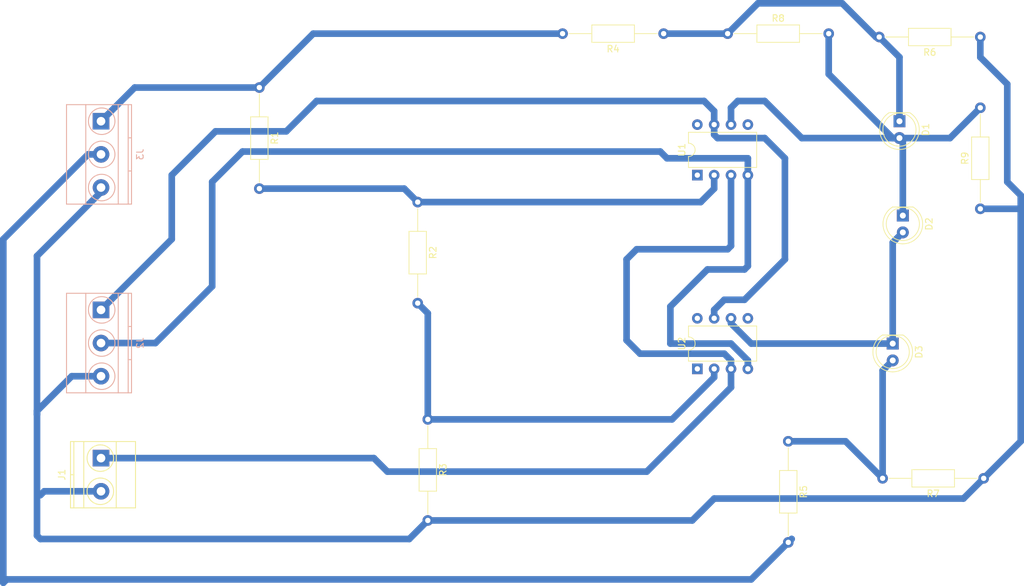
<source format=kicad_pcb>
(kicad_pcb (version 4) (host pcbnew 4.0.6)

  (general
    (links 30)
    (no_connects 1)
    (area 0 0 0 0)
    (thickness 1.6)
    (drawings 0)
    (tracks 121)
    (zones 0)
    (modules 17)
    (nets 19)
  )

  (page A4)
  (layers
    (0 F.Cu signal)
    (31 B.Cu signal)
    (32 B.Adhes user)
    (33 F.Adhes user)
    (34 B.Paste user)
    (35 F.Paste user)
    (36 B.SilkS user)
    (37 F.SilkS user)
    (38 B.Mask user)
    (39 F.Mask user)
    (40 Dwgs.User user)
    (41 Cmts.User user)
    (42 Eco1.User user)
    (43 Eco2.User user)
    (44 Edge.Cuts user)
    (45 Margin user)
    (46 B.CrtYd user)
    (47 F.CrtYd user)
    (48 B.Fab user)
    (49 F.Fab user)
  )

  (setup
    (last_trace_width 1)
    (trace_clearance 0.2)
    (zone_clearance 0.508)
    (zone_45_only no)
    (trace_min 0.2)
    (segment_width 0.2)
    (edge_width 0.1)
    (via_size 0.6)
    (via_drill 0.4)
    (via_min_size 0.4)
    (via_min_drill 0.3)
    (uvia_size 0.3)
    (uvia_drill 0.1)
    (uvias_allowed no)
    (uvia_min_size 0.2)
    (uvia_min_drill 0.1)
    (pcb_text_width 0.3)
    (pcb_text_size 1.5 1.5)
    (mod_edge_width 0.15)
    (mod_text_size 1 1)
    (mod_text_width 0.15)
    (pad_size 1.5 1.5)
    (pad_drill 0.6)
    (pad_to_mask_clearance 0)
    (aux_axis_origin 0 0)
    (grid_origin 152.4 125.73)
    (visible_elements 7FFFFFFF)
    (pcbplotparams
      (layerselection 0x00030_80000001)
      (usegerberextensions false)
      (excludeedgelayer true)
      (linewidth 0.100000)
      (plotframeref false)
      (viasonmask false)
      (mode 1)
      (useauxorigin false)
      (hpglpennumber 1)
      (hpglpenspeed 20)
      (hpglpendiameter 15)
      (hpglpenoverlay 2)
      (psnegative false)
      (psa4output false)
      (plotreference true)
      (plotvalue true)
      (plotinvisibletext false)
      (padsonsilk false)
      (subtractmaskfromsilk false)
      (outputformat 1)
      (mirror false)
      (drillshape 1)
      (scaleselection 1)
      (outputdirectory ""))
  )

  (net 0 "")
  (net 1 "Net-(D1-Pad1)")
  (net 2 "Net-(D1-Pad2)")
  (net 3 "Net-(D2-Pad2)")
  (net 4 "Net-(D3-Pad2)")
  (net 5 /Vin)
  (net 6 GND)
  (net 7 +15V)
  (net 8 -15V)
  (net 9 +9V)
  (net 10 -9VA)
  (net 11 "Net-(R1-Pad2)")
  (net 12 "Net-(R2-Pad2)")
  (net 13 "Net-(U1-Pad1)")
  (net 14 "Net-(U1-Pad5)")
  (net 15 "Net-(U1-Pad8)")
  (net 16 "Net-(U2-Pad1)")
  (net 17 "Net-(U2-Pad5)")
  (net 18 "Net-(U2-Pad8)")

  (net_class Default "This is the default net class."
    (clearance 0.2)
    (trace_width 1)
    (via_dia 0.6)
    (via_drill 0.4)
    (uvia_dia 0.3)
    (uvia_drill 0.1)
    (add_net +15V)
    (add_net +9V)
    (add_net -15V)
    (add_net -9VA)
    (add_net /Vin)
    (add_net GND)
    (add_net "Net-(D1-Pad1)")
    (add_net "Net-(D1-Pad2)")
    (add_net "Net-(D2-Pad2)")
    (add_net "Net-(D3-Pad2)")
    (add_net "Net-(R1-Pad2)")
    (add_net "Net-(R2-Pad2)")
    (add_net "Net-(U1-Pad1)")
    (add_net "Net-(U1-Pad5)")
    (add_net "Net-(U1-Pad8)")
    (add_net "Net-(U2-Pad1)")
    (add_net "Net-(U2-Pad5)")
    (add_net "Net-(U2-Pad8)")
  )

  (module LEDs:LED_D5.0mm (layer F.Cu) (tedit 5995936A) (tstamp 59CD1DA3)
    (at 200.66 64.262 270)
    (descr "LED, diameter 5.0mm, 2 pins, http://cdn-reichelt.de/documents/datenblatt/A500/LL-504BC2E-009.pdf")
    (tags "LED diameter 5.0mm 2 pins")
    (path /59C7DD1A)
    (fp_text reference D1 (at 1.27 -3.96 270) (layer F.SilkS)
      (effects (font (size 1 1) (thickness 0.15)))
    )
    (fp_text value LED (at 1.27 3.96 270) (layer F.Fab)
      (effects (font (size 1 1) (thickness 0.15)))
    )
    (fp_arc (start 1.27 0) (end -1.23 -1.469694) (angle 299.1) (layer F.Fab) (width 0.1))
    (fp_arc (start 1.27 0) (end -1.29 -1.54483) (angle 148.9) (layer F.SilkS) (width 0.12))
    (fp_arc (start 1.27 0) (end -1.29 1.54483) (angle -148.9) (layer F.SilkS) (width 0.12))
    (fp_circle (center 1.27 0) (end 3.77 0) (layer F.Fab) (width 0.1))
    (fp_circle (center 1.27 0) (end 3.77 0) (layer F.SilkS) (width 0.12))
    (fp_line (start -1.23 -1.469694) (end -1.23 1.469694) (layer F.Fab) (width 0.1))
    (fp_line (start -1.29 -1.545) (end -1.29 1.545) (layer F.SilkS) (width 0.12))
    (fp_line (start -1.95 -3.25) (end -1.95 3.25) (layer F.CrtYd) (width 0.05))
    (fp_line (start -1.95 3.25) (end 4.5 3.25) (layer F.CrtYd) (width 0.05))
    (fp_line (start 4.5 3.25) (end 4.5 -3.25) (layer F.CrtYd) (width 0.05))
    (fp_line (start 4.5 -3.25) (end -1.95 -3.25) (layer F.CrtYd) (width 0.05))
    (fp_text user %R (at 1.25 0 270) (layer F.Fab)
      (effects (font (size 0.8 0.8) (thickness 0.2)))
    )
    (pad 1 thru_hole rect (at 0 0 270) (size 1.8 1.8) (drill 0.9) (layers *.Cu *.Mask)
      (net 1 "Net-(D1-Pad1)"))
    (pad 2 thru_hole circle (at 2.54 0 270) (size 1.8 1.8) (drill 0.9) (layers *.Cu *.Mask)
      (net 2 "Net-(D1-Pad2)"))
    (model ${KISYS3DMOD}/LEDs.3dshapes/LED_D5.0mm.wrl
      (at (xyz 0 0 0))
      (scale (xyz 0.393701 0.393701 0.393701))
      (rotate (xyz 0 0 0))
    )
  )

  (module LEDs:LED_D5.0mm (layer F.Cu) (tedit 5995936A) (tstamp 59CD1DA9)
    (at 201.168 78.486 270)
    (descr "LED, diameter 5.0mm, 2 pins, http://cdn-reichelt.de/documents/datenblatt/A500/LL-504BC2E-009.pdf")
    (tags "LED diameter 5.0mm 2 pins")
    (path /59C7DD71)
    (fp_text reference D2 (at 1.27 -3.96 270) (layer F.SilkS)
      (effects (font (size 1 1) (thickness 0.15)))
    )
    (fp_text value LED (at 1.27 3.96 270) (layer F.Fab)
      (effects (font (size 1 1) (thickness 0.15)))
    )
    (fp_arc (start 1.27 0) (end -1.23 -1.469694) (angle 299.1) (layer F.Fab) (width 0.1))
    (fp_arc (start 1.27 0) (end -1.29 -1.54483) (angle 148.9) (layer F.SilkS) (width 0.12))
    (fp_arc (start 1.27 0) (end -1.29 1.54483) (angle -148.9) (layer F.SilkS) (width 0.12))
    (fp_circle (center 1.27 0) (end 3.77 0) (layer F.Fab) (width 0.1))
    (fp_circle (center 1.27 0) (end 3.77 0) (layer F.SilkS) (width 0.12))
    (fp_line (start -1.23 -1.469694) (end -1.23 1.469694) (layer F.Fab) (width 0.1))
    (fp_line (start -1.29 -1.545) (end -1.29 1.545) (layer F.SilkS) (width 0.12))
    (fp_line (start -1.95 -3.25) (end -1.95 3.25) (layer F.CrtYd) (width 0.05))
    (fp_line (start -1.95 3.25) (end 4.5 3.25) (layer F.CrtYd) (width 0.05))
    (fp_line (start 4.5 3.25) (end 4.5 -3.25) (layer F.CrtYd) (width 0.05))
    (fp_line (start 4.5 -3.25) (end -1.95 -3.25) (layer F.CrtYd) (width 0.05))
    (fp_text user %R (at 1.25 0 270) (layer F.Fab)
      (effects (font (size 0.8 0.8) (thickness 0.2)))
    )
    (pad 1 thru_hole rect (at 0 0 270) (size 1.8 1.8) (drill 0.9) (layers *.Cu *.Mask)
      (net 2 "Net-(D1-Pad2)"))
    (pad 2 thru_hole circle (at 2.54 0 270) (size 1.8 1.8) (drill 0.9) (layers *.Cu *.Mask)
      (net 3 "Net-(D2-Pad2)"))
    (model ${KISYS3DMOD}/LEDs.3dshapes/LED_D5.0mm.wrl
      (at (xyz 0 0 0))
      (scale (xyz 0.393701 0.393701 0.393701))
      (rotate (xyz 0 0 0))
    )
  )

  (module LEDs:LED_D5.0mm (layer F.Cu) (tedit 5995936A) (tstamp 59CD1DAF)
    (at 199.644 97.79 270)
    (descr "LED, diameter 5.0mm, 2 pins, http://cdn-reichelt.de/documents/datenblatt/A500/LL-504BC2E-009.pdf")
    (tags "LED diameter 5.0mm 2 pins")
    (path /59C7E58C)
    (fp_text reference D3 (at 1.27 -3.96 270) (layer F.SilkS)
      (effects (font (size 1 1) (thickness 0.15)))
    )
    (fp_text value LED (at 1.27 3.96 270) (layer F.Fab)
      (effects (font (size 1 1) (thickness 0.15)))
    )
    (fp_arc (start 1.27 0) (end -1.23 -1.469694) (angle 299.1) (layer F.Fab) (width 0.1))
    (fp_arc (start 1.27 0) (end -1.29 -1.54483) (angle 148.9) (layer F.SilkS) (width 0.12))
    (fp_arc (start 1.27 0) (end -1.29 1.54483) (angle -148.9) (layer F.SilkS) (width 0.12))
    (fp_circle (center 1.27 0) (end 3.77 0) (layer F.Fab) (width 0.1))
    (fp_circle (center 1.27 0) (end 3.77 0) (layer F.SilkS) (width 0.12))
    (fp_line (start -1.23 -1.469694) (end -1.23 1.469694) (layer F.Fab) (width 0.1))
    (fp_line (start -1.29 -1.545) (end -1.29 1.545) (layer F.SilkS) (width 0.12))
    (fp_line (start -1.95 -3.25) (end -1.95 3.25) (layer F.CrtYd) (width 0.05))
    (fp_line (start -1.95 3.25) (end 4.5 3.25) (layer F.CrtYd) (width 0.05))
    (fp_line (start 4.5 3.25) (end 4.5 -3.25) (layer F.CrtYd) (width 0.05))
    (fp_line (start 4.5 -3.25) (end -1.95 -3.25) (layer F.CrtYd) (width 0.05))
    (fp_text user %R (at 1.25 0 270) (layer F.Fab)
      (effects (font (size 0.8 0.8) (thickness 0.2)))
    )
    (pad 1 thru_hole rect (at 0 0 270) (size 1.8 1.8) (drill 0.9) (layers *.Cu *.Mask)
      (net 3 "Net-(D2-Pad2)"))
    (pad 2 thru_hole circle (at 2.54 0 270) (size 1.8 1.8) (drill 0.9) (layers *.Cu *.Mask)
      (net 4 "Net-(D3-Pad2)"))
    (model ${KISYS3DMOD}/LEDs.3dshapes/LED_D5.0mm.wrl
      (at (xyz 0 0 0))
      (scale (xyz 0.393701 0.393701 0.393701))
      (rotate (xyz 0 0 0))
    )
  )

  (module Connectors_Terminal_Blocks:TerminalBlock_Pheonix_MKDS1.5-2pol (layer F.Cu) (tedit 563007E4) (tstamp 59CD1DB5)
    (at 80.264 115.062 270)
    (descr "2-way 5mm pitch terminal block, Phoenix MKDS series")
    (path /59C95575)
    (fp_text reference J1 (at 2.5 5.9 270) (layer F.SilkS)
      (effects (font (size 1 1) (thickness 0.15)))
    )
    (fp_text value CONN_01X02 (at 2.5 -6.6 270) (layer F.Fab)
      (effects (font (size 1 1) (thickness 0.15)))
    )
    (fp_line (start -2.7 -5.4) (end 7.7 -5.4) (layer F.CrtYd) (width 0.05))
    (fp_line (start -2.7 4.8) (end -2.7 -5.4) (layer F.CrtYd) (width 0.05))
    (fp_line (start 7.7 4.8) (end -2.7 4.8) (layer F.CrtYd) (width 0.05))
    (fp_line (start 7.7 -5.4) (end 7.7 4.8) (layer F.CrtYd) (width 0.05))
    (fp_line (start 2.5 4.1) (end 2.5 4.6) (layer F.SilkS) (width 0.15))
    (fp_circle (center 5 0.1) (end 3 0.1) (layer F.SilkS) (width 0.15))
    (fp_circle (center 0 0.1) (end 2 0.1) (layer F.SilkS) (width 0.15))
    (fp_line (start -2.5 2.6) (end 7.5 2.6) (layer F.SilkS) (width 0.15))
    (fp_line (start -2.5 -2.3) (end 7.5 -2.3) (layer F.SilkS) (width 0.15))
    (fp_line (start -2.5 4.1) (end 7.5 4.1) (layer F.SilkS) (width 0.15))
    (fp_line (start -2.5 4.6) (end 7.5 4.6) (layer F.SilkS) (width 0.15))
    (fp_line (start 7.5 4.6) (end 7.5 -5.2) (layer F.SilkS) (width 0.15))
    (fp_line (start 7.5 -5.2) (end -2.5 -5.2) (layer F.SilkS) (width 0.15))
    (fp_line (start -2.5 -5.2) (end -2.5 4.6) (layer F.SilkS) (width 0.15))
    (pad 1 thru_hole rect (at 0 0 270) (size 2.5 2.5) (drill 1.3) (layers *.Cu *.Mask)
      (net 5 /Vin))
    (pad 2 thru_hole circle (at 5 0 270) (size 2.5 2.5) (drill 1.3) (layers *.Cu *.Mask)
      (net 6 GND))
    (model Terminal_Blocks.3dshapes/TerminalBlock_Pheonix_MKDS1.5-2pol.wrl
      (at (xyz 0.0984 0 0))
      (scale (xyz 1 1 1))
      (rotate (xyz 0 0 0))
    )
  )

  (module Connectors_Terminal_Blocks:TerminalBlock_Pheonix_MKDS1.5-3pol (layer B.Cu) (tedit 5630081E) (tstamp 59CD1DBC)
    (at 80.264 92.71 270)
    (descr "3-way 5mm pitch terminal block, Phoenix MKDS series")
    (path /59C94249)
    (fp_text reference J2 (at 5 -5.9 270) (layer B.SilkS)
      (effects (font (size 1 1) (thickness 0.15)) (justify mirror))
    )
    (fp_text value CONN_01X03 (at 5 6.6 270) (layer B.Fab)
      (effects (font (size 1 1) (thickness 0.15)) (justify mirror))
    )
    (fp_line (start -2.7 -4.8) (end -2.7 5.4) (layer B.CrtYd) (width 0.05))
    (fp_line (start 12.7 -4.8) (end -2.7 -4.8) (layer B.CrtYd) (width 0.05))
    (fp_line (start 12.7 5.4) (end 12.7 -4.8) (layer B.CrtYd) (width 0.05))
    (fp_line (start -2.7 5.4) (end 12.7 5.4) (layer B.CrtYd) (width 0.05))
    (fp_circle (center 10 -0.1) (end 8 -0.1) (layer B.SilkS) (width 0.15))
    (fp_line (start 7.5 -4.1) (end 7.5 -4.6) (layer B.SilkS) (width 0.15))
    (fp_line (start 2.5 -4.1) (end 2.5 -4.6) (layer B.SilkS) (width 0.15))
    (fp_circle (center 5 -0.1) (end 3 -0.1) (layer B.SilkS) (width 0.15))
    (fp_circle (center 0 -0.1) (end 2 -0.1) (layer B.SilkS) (width 0.15))
    (fp_line (start -2.5 -2.6) (end 12.5 -2.6) (layer B.SilkS) (width 0.15))
    (fp_line (start -2.5 2.3) (end 12.5 2.3) (layer B.SilkS) (width 0.15))
    (fp_line (start -2.5 -4.1) (end 12.5 -4.1) (layer B.SilkS) (width 0.15))
    (fp_line (start -2.5 -4.6) (end 12.5 -4.6) (layer B.SilkS) (width 0.15))
    (fp_line (start 12.5 -4.6) (end 12.5 5.2) (layer B.SilkS) (width 0.15))
    (fp_line (start 12.5 5.2) (end -2.5 5.2) (layer B.SilkS) (width 0.15))
    (fp_line (start -2.5 5.2) (end -2.5 -4.6) (layer B.SilkS) (width 0.15))
    (pad 3 thru_hole circle (at 10 0 270) (size 2.5 2.5) (drill 1.3) (layers *.Cu *.Mask)
      (net 6 GND))
    (pad 1 thru_hole rect (at 0 0 270) (size 2.5 2.5) (drill 1.3) (layers *.Cu *.Mask)
      (net 7 +15V))
    (pad 2 thru_hole circle (at 5 0 270) (size 2.5 2.5) (drill 1.3) (layers *.Cu *.Mask)
      (net 8 -15V))
    (model Terminal_Blocks.3dshapes/TerminalBlock_Pheonix_MKDS1.5-3pol.wrl
      (at (xyz 0.1968 0 0))
      (scale (xyz 1 1 1))
      (rotate (xyz 0 0 0))
    )
  )

  (module Connectors_Terminal_Blocks:TerminalBlock_Pheonix_MKDS1.5-3pol (layer B.Cu) (tedit 5630081E) (tstamp 59CD1DC3)
    (at 80.264 64.262 270)
    (descr "3-way 5mm pitch terminal block, Phoenix MKDS series")
    (path /59C94806)
    (fp_text reference J3 (at 5 -5.9 270) (layer B.SilkS)
      (effects (font (size 1 1) (thickness 0.15)) (justify mirror))
    )
    (fp_text value CONN_01X03 (at 5 6.6 270) (layer B.Fab)
      (effects (font (size 1 1) (thickness 0.15)) (justify mirror))
    )
    (fp_line (start -2.7 -4.8) (end -2.7 5.4) (layer B.CrtYd) (width 0.05))
    (fp_line (start 12.7 -4.8) (end -2.7 -4.8) (layer B.CrtYd) (width 0.05))
    (fp_line (start 12.7 5.4) (end 12.7 -4.8) (layer B.CrtYd) (width 0.05))
    (fp_line (start -2.7 5.4) (end 12.7 5.4) (layer B.CrtYd) (width 0.05))
    (fp_circle (center 10 -0.1) (end 8 -0.1) (layer B.SilkS) (width 0.15))
    (fp_line (start 7.5 -4.1) (end 7.5 -4.6) (layer B.SilkS) (width 0.15))
    (fp_line (start 2.5 -4.1) (end 2.5 -4.6) (layer B.SilkS) (width 0.15))
    (fp_circle (center 5 -0.1) (end 3 -0.1) (layer B.SilkS) (width 0.15))
    (fp_circle (center 0 -0.1) (end 2 -0.1) (layer B.SilkS) (width 0.15))
    (fp_line (start -2.5 -2.6) (end 12.5 -2.6) (layer B.SilkS) (width 0.15))
    (fp_line (start -2.5 2.3) (end 12.5 2.3) (layer B.SilkS) (width 0.15))
    (fp_line (start -2.5 -4.1) (end 12.5 -4.1) (layer B.SilkS) (width 0.15))
    (fp_line (start -2.5 -4.6) (end 12.5 -4.6) (layer B.SilkS) (width 0.15))
    (fp_line (start 12.5 -4.6) (end 12.5 5.2) (layer B.SilkS) (width 0.15))
    (fp_line (start 12.5 5.2) (end -2.5 5.2) (layer B.SilkS) (width 0.15))
    (fp_line (start -2.5 5.2) (end -2.5 -4.6) (layer B.SilkS) (width 0.15))
    (pad 3 thru_hole circle (at 10 0 270) (size 2.5 2.5) (drill 1.3) (layers *.Cu *.Mask)
      (net 6 GND))
    (pad 1 thru_hole rect (at 0 0 270) (size 2.5 2.5) (drill 1.3) (layers *.Cu *.Mask)
      (net 9 +9V))
    (pad 2 thru_hole circle (at 5 0 270) (size 2.5 2.5) (drill 1.3) (layers *.Cu *.Mask)
      (net 10 -9VA))
    (model Terminal_Blocks.3dshapes/TerminalBlock_Pheonix_MKDS1.5-3pol.wrl
      (at (xyz 0.1968 0 0))
      (scale (xyz 1 1 1))
      (rotate (xyz 0 0 0))
    )
  )

  (module Resistors_THT:R_Axial_DIN0207_L6.3mm_D2.5mm_P15.24mm_Horizontal (layer F.Cu) (tedit 5874F706) (tstamp 59CD1DC9)
    (at 104.14 59.182 270)
    (descr "Resistor, Axial_DIN0207 series, Axial, Horizontal, pin pitch=15.24mm, 0.25W = 1/4W, length*diameter=6.3*2.5mm^2, http://cdn-reichelt.de/documents/datenblatt/B400/1_4W%23YAG.pdf")
    (tags "Resistor Axial_DIN0207 series Axial Horizontal pin pitch 15.24mm 0.25W = 1/4W length 6.3mm diameter 2.5mm")
    (path /59C94E9E)
    (fp_text reference R1 (at 7.62 -2.31 270) (layer F.SilkS)
      (effects (font (size 1 1) (thickness 0.15)))
    )
    (fp_text value 10K (at 7.62 2.31 270) (layer F.Fab)
      (effects (font (size 1 1) (thickness 0.15)))
    )
    (fp_line (start 4.47 -1.25) (end 4.47 1.25) (layer F.Fab) (width 0.1))
    (fp_line (start 4.47 1.25) (end 10.77 1.25) (layer F.Fab) (width 0.1))
    (fp_line (start 10.77 1.25) (end 10.77 -1.25) (layer F.Fab) (width 0.1))
    (fp_line (start 10.77 -1.25) (end 4.47 -1.25) (layer F.Fab) (width 0.1))
    (fp_line (start 0 0) (end 4.47 0) (layer F.Fab) (width 0.1))
    (fp_line (start 15.24 0) (end 10.77 0) (layer F.Fab) (width 0.1))
    (fp_line (start 4.41 -1.31) (end 4.41 1.31) (layer F.SilkS) (width 0.12))
    (fp_line (start 4.41 1.31) (end 10.83 1.31) (layer F.SilkS) (width 0.12))
    (fp_line (start 10.83 1.31) (end 10.83 -1.31) (layer F.SilkS) (width 0.12))
    (fp_line (start 10.83 -1.31) (end 4.41 -1.31) (layer F.SilkS) (width 0.12))
    (fp_line (start 0.98 0) (end 4.41 0) (layer F.SilkS) (width 0.12))
    (fp_line (start 14.26 0) (end 10.83 0) (layer F.SilkS) (width 0.12))
    (fp_line (start -1.05 -1.6) (end -1.05 1.6) (layer F.CrtYd) (width 0.05))
    (fp_line (start -1.05 1.6) (end 16.3 1.6) (layer F.CrtYd) (width 0.05))
    (fp_line (start 16.3 1.6) (end 16.3 -1.6) (layer F.CrtYd) (width 0.05))
    (fp_line (start 16.3 -1.6) (end -1.05 -1.6) (layer F.CrtYd) (width 0.05))
    (pad 1 thru_hole circle (at 0 0 270) (size 1.6 1.6) (drill 0.8) (layers *.Cu *.Mask)
      (net 9 +9V))
    (pad 2 thru_hole oval (at 15.24 0 270) (size 1.6 1.6) (drill 0.8) (layers *.Cu *.Mask)
      (net 11 "Net-(R1-Pad2)"))
    (model ${KISYS3DMOD}/Resistors_THT.3dshapes/R_Axial_DIN0207_L6.3mm_D2.5mm_P15.24mm_Horizontal.wrl
      (at (xyz 0 0 0))
      (scale (xyz 0.393701 0.393701 0.393701))
      (rotate (xyz 0 0 0))
    )
  )

  (module Resistors_THT:R_Axial_DIN0207_L6.3mm_D2.5mm_P15.24mm_Horizontal (layer F.Cu) (tedit 5874F706) (tstamp 59CD1DCF)
    (at 128.016 76.454 270)
    (descr "Resistor, Axial_DIN0207 series, Axial, Horizontal, pin pitch=15.24mm, 0.25W = 1/4W, length*diameter=6.3*2.5mm^2, http://cdn-reichelt.de/documents/datenblatt/B400/1_4W%23YAG.pdf")
    (tags "Resistor Axial_DIN0207 series Axial Horizontal pin pitch 15.24mm 0.25W = 1/4W length 6.3mm diameter 2.5mm")
    (path /59C94ECA)
    (fp_text reference R2 (at 7.62 -2.31 270) (layer F.SilkS)
      (effects (font (size 1 1) (thickness 0.15)))
    )
    (fp_text value 10K (at 7.62 2.31 270) (layer F.Fab)
      (effects (font (size 1 1) (thickness 0.15)))
    )
    (fp_line (start 4.47 -1.25) (end 4.47 1.25) (layer F.Fab) (width 0.1))
    (fp_line (start 4.47 1.25) (end 10.77 1.25) (layer F.Fab) (width 0.1))
    (fp_line (start 10.77 1.25) (end 10.77 -1.25) (layer F.Fab) (width 0.1))
    (fp_line (start 10.77 -1.25) (end 4.47 -1.25) (layer F.Fab) (width 0.1))
    (fp_line (start 0 0) (end 4.47 0) (layer F.Fab) (width 0.1))
    (fp_line (start 15.24 0) (end 10.77 0) (layer F.Fab) (width 0.1))
    (fp_line (start 4.41 -1.31) (end 4.41 1.31) (layer F.SilkS) (width 0.12))
    (fp_line (start 4.41 1.31) (end 10.83 1.31) (layer F.SilkS) (width 0.12))
    (fp_line (start 10.83 1.31) (end 10.83 -1.31) (layer F.SilkS) (width 0.12))
    (fp_line (start 10.83 -1.31) (end 4.41 -1.31) (layer F.SilkS) (width 0.12))
    (fp_line (start 0.98 0) (end 4.41 0) (layer F.SilkS) (width 0.12))
    (fp_line (start 14.26 0) (end 10.83 0) (layer F.SilkS) (width 0.12))
    (fp_line (start -1.05 -1.6) (end -1.05 1.6) (layer F.CrtYd) (width 0.05))
    (fp_line (start -1.05 1.6) (end 16.3 1.6) (layer F.CrtYd) (width 0.05))
    (fp_line (start 16.3 1.6) (end 16.3 -1.6) (layer F.CrtYd) (width 0.05))
    (fp_line (start 16.3 -1.6) (end -1.05 -1.6) (layer F.CrtYd) (width 0.05))
    (pad 1 thru_hole circle (at 0 0 270) (size 1.6 1.6) (drill 0.8) (layers *.Cu *.Mask)
      (net 11 "Net-(R1-Pad2)"))
    (pad 2 thru_hole oval (at 15.24 0 270) (size 1.6 1.6) (drill 0.8) (layers *.Cu *.Mask)
      (net 12 "Net-(R2-Pad2)"))
    (model ${KISYS3DMOD}/Resistors_THT.3dshapes/R_Axial_DIN0207_L6.3mm_D2.5mm_P15.24mm_Horizontal.wrl
      (at (xyz 0 0 0))
      (scale (xyz 0.393701 0.393701 0.393701))
      (rotate (xyz 0 0 0))
    )
  )

  (module Resistors_THT:R_Axial_DIN0207_L6.3mm_D2.5mm_P15.24mm_Horizontal (layer F.Cu) (tedit 5874F706) (tstamp 59CD1DD5)
    (at 129.54 109.22 270)
    (descr "Resistor, Axial_DIN0207 series, Axial, Horizontal, pin pitch=15.24mm, 0.25W = 1/4W, length*diameter=6.3*2.5mm^2, http://cdn-reichelt.de/documents/datenblatt/B400/1_4W%23YAG.pdf")
    (tags "Resistor Axial_DIN0207 series Axial Horizontal pin pitch 15.24mm 0.25W = 1/4W length 6.3mm diameter 2.5mm")
    (path /59C94F25)
    (fp_text reference R3 (at 7.62 -2.31 270) (layer F.SilkS)
      (effects (font (size 1 1) (thickness 0.15)))
    )
    (fp_text value 10K (at 7.62 2.31 270) (layer F.Fab)
      (effects (font (size 1 1) (thickness 0.15)))
    )
    (fp_line (start 4.47 -1.25) (end 4.47 1.25) (layer F.Fab) (width 0.1))
    (fp_line (start 4.47 1.25) (end 10.77 1.25) (layer F.Fab) (width 0.1))
    (fp_line (start 10.77 1.25) (end 10.77 -1.25) (layer F.Fab) (width 0.1))
    (fp_line (start 10.77 -1.25) (end 4.47 -1.25) (layer F.Fab) (width 0.1))
    (fp_line (start 0 0) (end 4.47 0) (layer F.Fab) (width 0.1))
    (fp_line (start 15.24 0) (end 10.77 0) (layer F.Fab) (width 0.1))
    (fp_line (start 4.41 -1.31) (end 4.41 1.31) (layer F.SilkS) (width 0.12))
    (fp_line (start 4.41 1.31) (end 10.83 1.31) (layer F.SilkS) (width 0.12))
    (fp_line (start 10.83 1.31) (end 10.83 -1.31) (layer F.SilkS) (width 0.12))
    (fp_line (start 10.83 -1.31) (end 4.41 -1.31) (layer F.SilkS) (width 0.12))
    (fp_line (start 0.98 0) (end 4.41 0) (layer F.SilkS) (width 0.12))
    (fp_line (start 14.26 0) (end 10.83 0) (layer F.SilkS) (width 0.12))
    (fp_line (start -1.05 -1.6) (end -1.05 1.6) (layer F.CrtYd) (width 0.05))
    (fp_line (start -1.05 1.6) (end 16.3 1.6) (layer F.CrtYd) (width 0.05))
    (fp_line (start 16.3 1.6) (end 16.3 -1.6) (layer F.CrtYd) (width 0.05))
    (fp_line (start 16.3 -1.6) (end -1.05 -1.6) (layer F.CrtYd) (width 0.05))
    (pad 1 thru_hole circle (at 0 0 270) (size 1.6 1.6) (drill 0.8) (layers *.Cu *.Mask)
      (net 12 "Net-(R2-Pad2)"))
    (pad 2 thru_hole oval (at 15.24 0 270) (size 1.6 1.6) (drill 0.8) (layers *.Cu *.Mask)
      (net 6 GND))
    (model ${KISYS3DMOD}/Resistors_THT.3dshapes/R_Axial_DIN0207_L6.3mm_D2.5mm_P15.24mm_Horizontal.wrl
      (at (xyz 0 0 0))
      (scale (xyz 0.393701 0.393701 0.393701))
      (rotate (xyz 0 0 0))
    )
  )

  (module Resistors_THT:R_Axial_DIN0207_L6.3mm_D2.5mm_P15.24mm_Horizontal (layer F.Cu) (tedit 5874F706) (tstamp 59CD1DDB)
    (at 165.1 51.054 180)
    (descr "Resistor, Axial_DIN0207 series, Axial, Horizontal, pin pitch=15.24mm, 0.25W = 1/4W, length*diameter=6.3*2.5mm^2, http://cdn-reichelt.de/documents/datenblatt/B400/1_4W%23YAG.pdf")
    (tags "Resistor Axial_DIN0207 series Axial Horizontal pin pitch 15.24mm 0.25W = 1/4W length 6.3mm diameter 2.5mm")
    (path /59C9505C)
    (fp_text reference R4 (at 7.62 -2.31 180) (layer F.SilkS)
      (effects (font (size 1 1) (thickness 0.15)))
    )
    (fp_text value 4.7K (at 7.62 2.31 180) (layer F.Fab)
      (effects (font (size 1 1) (thickness 0.15)))
    )
    (fp_line (start 4.47 -1.25) (end 4.47 1.25) (layer F.Fab) (width 0.1))
    (fp_line (start 4.47 1.25) (end 10.77 1.25) (layer F.Fab) (width 0.1))
    (fp_line (start 10.77 1.25) (end 10.77 -1.25) (layer F.Fab) (width 0.1))
    (fp_line (start 10.77 -1.25) (end 4.47 -1.25) (layer F.Fab) (width 0.1))
    (fp_line (start 0 0) (end 4.47 0) (layer F.Fab) (width 0.1))
    (fp_line (start 15.24 0) (end 10.77 0) (layer F.Fab) (width 0.1))
    (fp_line (start 4.41 -1.31) (end 4.41 1.31) (layer F.SilkS) (width 0.12))
    (fp_line (start 4.41 1.31) (end 10.83 1.31) (layer F.SilkS) (width 0.12))
    (fp_line (start 10.83 1.31) (end 10.83 -1.31) (layer F.SilkS) (width 0.12))
    (fp_line (start 10.83 -1.31) (end 4.41 -1.31) (layer F.SilkS) (width 0.12))
    (fp_line (start 0.98 0) (end 4.41 0) (layer F.SilkS) (width 0.12))
    (fp_line (start 14.26 0) (end 10.83 0) (layer F.SilkS) (width 0.12))
    (fp_line (start -1.05 -1.6) (end -1.05 1.6) (layer F.CrtYd) (width 0.05))
    (fp_line (start -1.05 1.6) (end 16.3 1.6) (layer F.CrtYd) (width 0.05))
    (fp_line (start 16.3 1.6) (end 16.3 -1.6) (layer F.CrtYd) (width 0.05))
    (fp_line (start 16.3 -1.6) (end -1.05 -1.6) (layer F.CrtYd) (width 0.05))
    (pad 1 thru_hole circle (at 0 0 180) (size 1.6 1.6) (drill 0.8) (layers *.Cu *.Mask)
      (net 1 "Net-(D1-Pad1)"))
    (pad 2 thru_hole oval (at 15.24 0 180) (size 1.6 1.6) (drill 0.8) (layers *.Cu *.Mask)
      (net 9 +9V))
    (model ${KISYS3DMOD}/Resistors_THT.3dshapes/R_Axial_DIN0207_L6.3mm_D2.5mm_P15.24mm_Horizontal.wrl
      (at (xyz 0 0 0))
      (scale (xyz 0.393701 0.393701 0.393701))
      (rotate (xyz 0 0 0))
    )
  )

  (module Resistors_THT:R_Axial_DIN0207_L6.3mm_D2.5mm_P15.24mm_Horizontal (layer F.Cu) (tedit 59CD349A) (tstamp 59CD1DE7)
    (at 212.852 51.562 180)
    (descr "Resistor, Axial_DIN0207 series, Axial, Horizontal, pin pitch=15.24mm, 0.25W = 1/4W, length*diameter=6.3*2.5mm^2, http://cdn-reichelt.de/documents/datenblatt/B400/1_4W%23YAG.pdf")
    (tags "Resistor Axial_DIN0207 series Axial Horizontal pin pitch 15.24mm 0.25W = 1/4W length 6.3mm diameter 2.5mm")
    (path /59C950FD)
    (fp_text reference R6 (at 7.62 -2.31 180) (layer F.SilkS)
      (effects (font (size 1 1) (thickness 0.15)))
    )
    (fp_text value 5.6K (at 7.62 2.31 180) (layer F.Fab)
      (effects (font (size 1 1) (thickness 0.15)))
    )
    (fp_line (start 4.47 -1.25) (end 4.47 1.25) (layer F.Fab) (width 0.1))
    (fp_line (start 4.47 1.25) (end 10.77 1.25) (layer F.Fab) (width 0.1))
    (fp_line (start 10.77 1.25) (end 10.77 -1.25) (layer F.Fab) (width 0.1))
    (fp_line (start 10.77 -1.25) (end 4.47 -1.25) (layer F.Fab) (width 0.1))
    (fp_line (start 0 0) (end 4.47 0) (layer F.Fab) (width 0.1))
    (fp_line (start 15.24 0) (end 10.77 0) (layer F.Fab) (width 0.1))
    (fp_line (start 4.41 -1.31) (end 4.41 1.31) (layer F.SilkS) (width 0.12))
    (fp_line (start 4.41 1.31) (end 10.83 1.31) (layer F.SilkS) (width 0.12))
    (fp_line (start 10.83 1.31) (end 10.83 -1.31) (layer F.SilkS) (width 0.12))
    (fp_line (start 10.83 -1.31) (end 4.41 -1.31) (layer F.SilkS) (width 0.12))
    (fp_line (start 0.98 0) (end 4.41 0) (layer F.SilkS) (width 0.12))
    (fp_line (start 14.26 0) (end 10.83 0) (layer F.SilkS) (width 0.12))
    (fp_line (start -1.05 -1.6) (end -1.05 1.6) (layer F.CrtYd) (width 0.05))
    (fp_line (start -1.05 1.6) (end 16.3 1.6) (layer F.CrtYd) (width 0.05))
    (fp_line (start 16.3 1.6) (end 16.3 -1.6) (layer F.CrtYd) (width 0.05))
    (fp_line (start 16.3 -1.6) (end -1.05 -1.6) (layer F.CrtYd) (width 0.05))
    (pad 1 thru_hole circle (at 0 0 180) (size 1.6 1.6) (drill 0.8) (layers *.Cu *.Mask)
      (net 6 GND))
    (pad 2 thru_hole oval (at 15.24 0 180) (size 1.6 1.6) (drill 0.8) (layers *.Cu *.Mask)
      (net 1 "Net-(D1-Pad1)"))
    (model ${KISYS3DMOD}/Resistors_THT.3dshapes/R_Axial_DIN0207_L6.3mm_D2.5mm_P15.24mm_Horizontal.wrl
      (at (xyz 0 0 0))
      (scale (xyz 0.393701 0.393701 0.393701))
      (rotate (xyz 0 0 0))
    )
  )

  (module Resistors_THT:R_Axial_DIN0207_L6.3mm_D2.5mm_P15.24mm_Horizontal (layer F.Cu) (tedit 5874F706) (tstamp 59CD1DED)
    (at 213.36 118.11 180)
    (descr "Resistor, Axial_DIN0207 series, Axial, Horizontal, pin pitch=15.24mm, 0.25W = 1/4W, length*diameter=6.3*2.5mm^2, http://cdn-reichelt.de/documents/datenblatt/B400/1_4W%23YAG.pdf")
    (tags "Resistor Axial_DIN0207 series Axial Horizontal pin pitch 15.24mm 0.25W = 1/4W length 6.3mm diameter 2.5mm")
    (path /59C95002)
    (fp_text reference R7 (at 7.62 -2.31 180) (layer F.SilkS)
      (effects (font (size 1 1) (thickness 0.15)))
    )
    (fp_text value 5.6K (at 7.62 2.31 180) (layer F.Fab)
      (effects (font (size 1 1) (thickness 0.15)))
    )
    (fp_line (start 4.47 -1.25) (end 4.47 1.25) (layer F.Fab) (width 0.1))
    (fp_line (start 4.47 1.25) (end 10.77 1.25) (layer F.Fab) (width 0.1))
    (fp_line (start 10.77 1.25) (end 10.77 -1.25) (layer F.Fab) (width 0.1))
    (fp_line (start 10.77 -1.25) (end 4.47 -1.25) (layer F.Fab) (width 0.1))
    (fp_line (start 0 0) (end 4.47 0) (layer F.Fab) (width 0.1))
    (fp_line (start 15.24 0) (end 10.77 0) (layer F.Fab) (width 0.1))
    (fp_line (start 4.41 -1.31) (end 4.41 1.31) (layer F.SilkS) (width 0.12))
    (fp_line (start 4.41 1.31) (end 10.83 1.31) (layer F.SilkS) (width 0.12))
    (fp_line (start 10.83 1.31) (end 10.83 -1.31) (layer F.SilkS) (width 0.12))
    (fp_line (start 10.83 -1.31) (end 4.41 -1.31) (layer F.SilkS) (width 0.12))
    (fp_line (start 0.98 0) (end 4.41 0) (layer F.SilkS) (width 0.12))
    (fp_line (start 14.26 0) (end 10.83 0) (layer F.SilkS) (width 0.12))
    (fp_line (start -1.05 -1.6) (end -1.05 1.6) (layer F.CrtYd) (width 0.05))
    (fp_line (start -1.05 1.6) (end 16.3 1.6) (layer F.CrtYd) (width 0.05))
    (fp_line (start 16.3 1.6) (end 16.3 -1.6) (layer F.CrtYd) (width 0.05))
    (fp_line (start 16.3 -1.6) (end -1.05 -1.6) (layer F.CrtYd) (width 0.05))
    (pad 1 thru_hole circle (at 0 0 180) (size 1.6 1.6) (drill 0.8) (layers *.Cu *.Mask)
      (net 6 GND))
    (pad 2 thru_hole oval (at 15.24 0 180) (size 1.6 1.6) (drill 0.8) (layers *.Cu *.Mask)
      (net 4 "Net-(D3-Pad2)"))
    (model ${KISYS3DMOD}/Resistors_THT.3dshapes/R_Axial_DIN0207_L6.3mm_D2.5mm_P15.24mm_Horizontal.wrl
      (at (xyz 0 0 0))
      (scale (xyz 0.393701 0.393701 0.393701))
      (rotate (xyz 0 0 0))
    )
  )

  (module Resistors_THT:R_Axial_DIN0207_L6.3mm_D2.5mm_P15.24mm_Horizontal (layer F.Cu) (tedit 5874F706) (tstamp 59CD1DF3)
    (at 174.752 51.054)
    (descr "Resistor, Axial_DIN0207 series, Axial, Horizontal, pin pitch=15.24mm, 0.25W = 1/4W, length*diameter=6.3*2.5mm^2, http://cdn-reichelt.de/documents/datenblatt/B400/1_4W%23YAG.pdf")
    (tags "Resistor Axial_DIN0207 series Axial Horizontal pin pitch 15.24mm 0.25W = 1/4W length 6.3mm diameter 2.5mm")
    (path /59CD03E0)
    (fp_text reference R8 (at 7.62 -2.31) (layer F.SilkS)
      (effects (font (size 1 1) (thickness 0.15)))
    )
    (fp_text value 10K (at 7.62 2.31) (layer F.Fab)
      (effects (font (size 1 1) (thickness 0.15)))
    )
    (fp_line (start 4.47 -1.25) (end 4.47 1.25) (layer F.Fab) (width 0.1))
    (fp_line (start 4.47 1.25) (end 10.77 1.25) (layer F.Fab) (width 0.1))
    (fp_line (start 10.77 1.25) (end 10.77 -1.25) (layer F.Fab) (width 0.1))
    (fp_line (start 10.77 -1.25) (end 4.47 -1.25) (layer F.Fab) (width 0.1))
    (fp_line (start 0 0) (end 4.47 0) (layer F.Fab) (width 0.1))
    (fp_line (start 15.24 0) (end 10.77 0) (layer F.Fab) (width 0.1))
    (fp_line (start 4.41 -1.31) (end 4.41 1.31) (layer F.SilkS) (width 0.12))
    (fp_line (start 4.41 1.31) (end 10.83 1.31) (layer F.SilkS) (width 0.12))
    (fp_line (start 10.83 1.31) (end 10.83 -1.31) (layer F.SilkS) (width 0.12))
    (fp_line (start 10.83 -1.31) (end 4.41 -1.31) (layer F.SilkS) (width 0.12))
    (fp_line (start 0.98 0) (end 4.41 0) (layer F.SilkS) (width 0.12))
    (fp_line (start 14.26 0) (end 10.83 0) (layer F.SilkS) (width 0.12))
    (fp_line (start -1.05 -1.6) (end -1.05 1.6) (layer F.CrtYd) (width 0.05))
    (fp_line (start -1.05 1.6) (end 16.3 1.6) (layer F.CrtYd) (width 0.05))
    (fp_line (start 16.3 1.6) (end 16.3 -1.6) (layer F.CrtYd) (width 0.05))
    (fp_line (start 16.3 -1.6) (end -1.05 -1.6) (layer F.CrtYd) (width 0.05))
    (pad 1 thru_hole circle (at 0 0) (size 1.6 1.6) (drill 0.8) (layers *.Cu *.Mask)
      (net 1 "Net-(D1-Pad1)"))
    (pad 2 thru_hole oval (at 15.24 0) (size 1.6 1.6) (drill 0.8) (layers *.Cu *.Mask)
      (net 2 "Net-(D1-Pad2)"))
    (model ${KISYS3DMOD}/Resistors_THT.3dshapes/R_Axial_DIN0207_L6.3mm_D2.5mm_P15.24mm_Horizontal.wrl
      (at (xyz 0 0 0))
      (scale (xyz 0.393701 0.393701 0.393701))
      (rotate (xyz 0 0 0))
    )
  )

  (module Resistors_THT:R_Axial_DIN0207_L6.3mm_D2.5mm_P15.24mm_Horizontal (layer F.Cu) (tedit 5874F706) (tstamp 59CD1DF9)
    (at 212.852 77.47 90)
    (descr "Resistor, Axial_DIN0207 series, Axial, Horizontal, pin pitch=15.24mm, 0.25W = 1/4W, length*diameter=6.3*2.5mm^2, http://cdn-reichelt.de/documents/datenblatt/B400/1_4W%23YAG.pdf")
    (tags "Resistor Axial_DIN0207 series Axial Horizontal pin pitch 15.24mm 0.25W = 1/4W length 6.3mm diameter 2.5mm")
    (path /59CD038B)
    (fp_text reference R9 (at 7.62 -2.31 90) (layer F.SilkS)
      (effects (font (size 1 1) (thickness 0.15)))
    )
    (fp_text value 6.2K (at 7.62 2.31 90) (layer F.Fab)
      (effects (font (size 1 1) (thickness 0.15)))
    )
    (fp_line (start 4.47 -1.25) (end 4.47 1.25) (layer F.Fab) (width 0.1))
    (fp_line (start 4.47 1.25) (end 10.77 1.25) (layer F.Fab) (width 0.1))
    (fp_line (start 10.77 1.25) (end 10.77 -1.25) (layer F.Fab) (width 0.1))
    (fp_line (start 10.77 -1.25) (end 4.47 -1.25) (layer F.Fab) (width 0.1))
    (fp_line (start 0 0) (end 4.47 0) (layer F.Fab) (width 0.1))
    (fp_line (start 15.24 0) (end 10.77 0) (layer F.Fab) (width 0.1))
    (fp_line (start 4.41 -1.31) (end 4.41 1.31) (layer F.SilkS) (width 0.12))
    (fp_line (start 4.41 1.31) (end 10.83 1.31) (layer F.SilkS) (width 0.12))
    (fp_line (start 10.83 1.31) (end 10.83 -1.31) (layer F.SilkS) (width 0.12))
    (fp_line (start 10.83 -1.31) (end 4.41 -1.31) (layer F.SilkS) (width 0.12))
    (fp_line (start 0.98 0) (end 4.41 0) (layer F.SilkS) (width 0.12))
    (fp_line (start 14.26 0) (end 10.83 0) (layer F.SilkS) (width 0.12))
    (fp_line (start -1.05 -1.6) (end -1.05 1.6) (layer F.CrtYd) (width 0.05))
    (fp_line (start -1.05 1.6) (end 16.3 1.6) (layer F.CrtYd) (width 0.05))
    (fp_line (start 16.3 1.6) (end 16.3 -1.6) (layer F.CrtYd) (width 0.05))
    (fp_line (start 16.3 -1.6) (end -1.05 -1.6) (layer F.CrtYd) (width 0.05))
    (pad 1 thru_hole circle (at 0 0 90) (size 1.6 1.6) (drill 0.8) (layers *.Cu *.Mask)
      (net 6 GND))
    (pad 2 thru_hole oval (at 15.24 0 90) (size 1.6 1.6) (drill 0.8) (layers *.Cu *.Mask)
      (net 2 "Net-(D1-Pad2)"))
    (model ${KISYS3DMOD}/Resistors_THT.3dshapes/R_Axial_DIN0207_L6.3mm_D2.5mm_P15.24mm_Horizontal.wrl
      (at (xyz 0 0 0))
      (scale (xyz 0.393701 0.393701 0.393701))
      (rotate (xyz 0 0 0))
    )
  )

  (module Housings_DIP:DIP-8_W7.62mm (layer F.Cu) (tedit 59C78D6B) (tstamp 59CD1E05)
    (at 170.18 72.39 90)
    (descr "8-lead though-hole mounted DIP package, row spacing 7.62 mm (300 mils)")
    (tags "THT DIP DIL PDIP 2.54mm 7.62mm 300mil")
    (path /59C888DA)
    (fp_text reference U1 (at 3.81 -2.33 90) (layer F.SilkS)
      (effects (font (size 1 1) (thickness 0.15)))
    )
    (fp_text value LM741 (at 3.81 9.95 90) (layer F.Fab)
      (effects (font (size 1 1) (thickness 0.15)))
    )
    (fp_arc (start 3.81 -1.33) (end 2.81 -1.33) (angle -180) (layer F.SilkS) (width 0.12))
    (fp_line (start 1.635 -1.27) (end 6.985 -1.27) (layer F.Fab) (width 0.1))
    (fp_line (start 6.985 -1.27) (end 6.985 8.89) (layer F.Fab) (width 0.1))
    (fp_line (start 6.985 8.89) (end 0.635 8.89) (layer F.Fab) (width 0.1))
    (fp_line (start 0.635 8.89) (end 0.635 -0.27) (layer F.Fab) (width 0.1))
    (fp_line (start 0.635 -0.27) (end 1.635 -1.27) (layer F.Fab) (width 0.1))
    (fp_line (start 2.81 -1.33) (end 1.16 -1.33) (layer F.SilkS) (width 0.12))
    (fp_line (start 1.16 -1.33) (end 1.16 8.95) (layer F.SilkS) (width 0.12))
    (fp_line (start 1.16 8.95) (end 6.46 8.95) (layer F.SilkS) (width 0.12))
    (fp_line (start 6.46 8.95) (end 6.46 -1.33) (layer F.SilkS) (width 0.12))
    (fp_line (start 6.46 -1.33) (end 4.81 -1.33) (layer F.SilkS) (width 0.12))
    (fp_line (start -1.1 -1.55) (end -1.1 9.15) (layer F.CrtYd) (width 0.05))
    (fp_line (start -1.1 9.15) (end 8.7 9.15) (layer F.CrtYd) (width 0.05))
    (fp_line (start 8.7 9.15) (end 8.7 -1.55) (layer F.CrtYd) (width 0.05))
    (fp_line (start 8.7 -1.55) (end -1.1 -1.55) (layer F.CrtYd) (width 0.05))
    (fp_text user %R (at 3.81 3.81 90) (layer F.Fab)
      (effects (font (size 1 1) (thickness 0.15)))
    )
    (pad 1 thru_hole rect (at 0 0 90) (size 1.6 1.6) (drill 0.8) (layers *.Cu *.Mask)
      (net 13 "Net-(U1-Pad1)"))
    (pad 5 thru_hole oval (at 7.62 7.62 90) (size 1.6 1.6) (drill 0.8) (layers *.Cu *.Mask)
      (net 14 "Net-(U1-Pad5)"))
    (pad 2 thru_hole oval (at 0 2.54 90) (size 1.6 1.6) (drill 0.8) (layers *.Cu *.Mask)
      (net 11 "Net-(R1-Pad2)"))
    (pad 6 thru_hole oval (at 7.62 5.08 90) (size 1.6 1.6) (drill 0.8) (layers *.Cu *.Mask)
      (net 2 "Net-(D1-Pad2)"))
    (pad 3 thru_hole oval (at 0 5.08 90) (size 1.6 1.6) (drill 0.8) (layers *.Cu *.Mask)
      (net 5 /Vin))
    (pad 7 thru_hole oval (at 7.62 2.54 90) (size 1.6 1.6) (drill 0.8) (layers *.Cu *.Mask)
      (net 7 +15V))
    (pad 4 thru_hole oval (at 0 7.62 90) (size 1.6 1.6) (drill 0.8) (layers *.Cu *.Mask)
      (net 8 -15V))
    (pad 8 thru_hole oval (at 7.62 0 90) (size 1.6 1.6) (drill 0.8) (layers *.Cu *.Mask)
      (net 15 "Net-(U1-Pad8)"))
    (model ${KISYS3DMOD}/Housings_DIP.3dshapes/DIP-8_W7.62mm.wrl
      (at (xyz 0 0 0))
      (scale (xyz 1 1 1))
      (rotate (xyz 0 0 0))
    )
  )

  (module Housings_DIP:DIP-8_W7.62mm (layer F.Cu) (tedit 59C78D6B) (tstamp 59CD1E11)
    (at 170.18 101.6 90)
    (descr "8-lead though-hole mounted DIP package, row spacing 7.62 mm (300 mils)")
    (tags "THT DIP DIL PDIP 2.54mm 7.62mm 300mil")
    (path /59C88BAF)
    (fp_text reference U2 (at 3.81 -2.33 90) (layer F.SilkS)
      (effects (font (size 1 1) (thickness 0.15)))
    )
    (fp_text value LM741 (at 3.81 9.95 90) (layer F.Fab)
      (effects (font (size 1 1) (thickness 0.15)))
    )
    (fp_arc (start 3.81 -1.33) (end 2.81 -1.33) (angle -180) (layer F.SilkS) (width 0.12))
    (fp_line (start 1.635 -1.27) (end 6.985 -1.27) (layer F.Fab) (width 0.1))
    (fp_line (start 6.985 -1.27) (end 6.985 8.89) (layer F.Fab) (width 0.1))
    (fp_line (start 6.985 8.89) (end 0.635 8.89) (layer F.Fab) (width 0.1))
    (fp_line (start 0.635 8.89) (end 0.635 -0.27) (layer F.Fab) (width 0.1))
    (fp_line (start 0.635 -0.27) (end 1.635 -1.27) (layer F.Fab) (width 0.1))
    (fp_line (start 2.81 -1.33) (end 1.16 -1.33) (layer F.SilkS) (width 0.12))
    (fp_line (start 1.16 -1.33) (end 1.16 8.95) (layer F.SilkS) (width 0.12))
    (fp_line (start 1.16 8.95) (end 6.46 8.95) (layer F.SilkS) (width 0.12))
    (fp_line (start 6.46 8.95) (end 6.46 -1.33) (layer F.SilkS) (width 0.12))
    (fp_line (start 6.46 -1.33) (end 4.81 -1.33) (layer F.SilkS) (width 0.12))
    (fp_line (start -1.1 -1.55) (end -1.1 9.15) (layer F.CrtYd) (width 0.05))
    (fp_line (start -1.1 9.15) (end 8.7 9.15) (layer F.CrtYd) (width 0.05))
    (fp_line (start 8.7 9.15) (end 8.7 -1.55) (layer F.CrtYd) (width 0.05))
    (fp_line (start 8.7 -1.55) (end -1.1 -1.55) (layer F.CrtYd) (width 0.05))
    (fp_text user %R (at 3.81 3.81 90) (layer F.Fab)
      (effects (font (size 1 1) (thickness 0.15)))
    )
    (pad 1 thru_hole rect (at 0 0 90) (size 1.6 1.6) (drill 0.8) (layers *.Cu *.Mask)
      (net 16 "Net-(U2-Pad1)"))
    (pad 5 thru_hole oval (at 7.62 7.62 90) (size 1.6 1.6) (drill 0.8) (layers *.Cu *.Mask)
      (net 17 "Net-(U2-Pad5)"))
    (pad 2 thru_hole oval (at 0 2.54 90) (size 1.6 1.6) (drill 0.8) (layers *.Cu *.Mask)
      (net 12 "Net-(R2-Pad2)"))
    (pad 6 thru_hole oval (at 7.62 5.08 90) (size 1.6 1.6) (drill 0.8) (layers *.Cu *.Mask)
      (net 3 "Net-(D2-Pad2)"))
    (pad 3 thru_hole oval (at 0 5.08 90) (size 1.6 1.6) (drill 0.8) (layers *.Cu *.Mask)
      (net 5 /Vin))
    (pad 7 thru_hole oval (at 7.62 2.54 90) (size 1.6 1.6) (drill 0.8) (layers *.Cu *.Mask)
      (net 7 +15V))
    (pad 4 thru_hole oval (at 0 7.62 90) (size 1.6 1.6) (drill 0.8) (layers *.Cu *.Mask)
      (net 8 -15V))
    (pad 8 thru_hole oval (at 7.62 0 90) (size 1.6 1.6) (drill 0.8) (layers *.Cu *.Mask)
      (net 18 "Net-(U2-Pad8)"))
    (model ${KISYS3DMOD}/Housings_DIP.3dshapes/DIP-8_W7.62mm.wrl
      (at (xyz 0 0 0))
      (scale (xyz 1 1 1))
      (rotate (xyz 0 0 0))
    )
  )

  (module Resistors_THT:R_Axial_DIN0207_L6.3mm_D2.5mm_P15.24mm_Horizontal (layer F.Cu) (tedit 5874F706) (tstamp 59CD3757)
    (at 183.896 112.522 270)
    (descr "Resistor, Axial_DIN0207 series, Axial, Horizontal, pin pitch=15.24mm, 0.25W = 1/4W, length*diameter=6.3*2.5mm^2, http://cdn-reichelt.de/documents/datenblatt/B400/1_4W%23YAG.pdf")
    (tags "Resistor Axial_DIN0207 series Axial Horizontal pin pitch 15.24mm 0.25W = 1/4W length 6.3mm diameter 2.5mm")
    (path /59C94F93)
    (fp_text reference R5 (at 7.62 -2.31 270) (layer F.SilkS)
      (effects (font (size 1 1) (thickness 0.15)))
    )
    (fp_text value 4.7K (at 7.62 2.31 270) (layer F.Fab)
      (effects (font (size 1 1) (thickness 0.15)))
    )
    (fp_line (start 4.47 -1.25) (end 4.47 1.25) (layer F.Fab) (width 0.1))
    (fp_line (start 4.47 1.25) (end 10.77 1.25) (layer F.Fab) (width 0.1))
    (fp_line (start 10.77 1.25) (end 10.77 -1.25) (layer F.Fab) (width 0.1))
    (fp_line (start 10.77 -1.25) (end 4.47 -1.25) (layer F.Fab) (width 0.1))
    (fp_line (start 0 0) (end 4.47 0) (layer F.Fab) (width 0.1))
    (fp_line (start 15.24 0) (end 10.77 0) (layer F.Fab) (width 0.1))
    (fp_line (start 4.41 -1.31) (end 4.41 1.31) (layer F.SilkS) (width 0.12))
    (fp_line (start 4.41 1.31) (end 10.83 1.31) (layer F.SilkS) (width 0.12))
    (fp_line (start 10.83 1.31) (end 10.83 -1.31) (layer F.SilkS) (width 0.12))
    (fp_line (start 10.83 -1.31) (end 4.41 -1.31) (layer F.SilkS) (width 0.12))
    (fp_line (start 0.98 0) (end 4.41 0) (layer F.SilkS) (width 0.12))
    (fp_line (start 14.26 0) (end 10.83 0) (layer F.SilkS) (width 0.12))
    (fp_line (start -1.05 -1.6) (end -1.05 1.6) (layer F.CrtYd) (width 0.05))
    (fp_line (start -1.05 1.6) (end 16.3 1.6) (layer F.CrtYd) (width 0.05))
    (fp_line (start 16.3 1.6) (end 16.3 -1.6) (layer F.CrtYd) (width 0.05))
    (fp_line (start 16.3 -1.6) (end -1.05 -1.6) (layer F.CrtYd) (width 0.05))
    (pad 1 thru_hole circle (at 0 0 270) (size 1.6 1.6) (drill 0.8) (layers *.Cu *.Mask)
      (net 4 "Net-(D3-Pad2)"))
    (pad 2 thru_hole oval (at 15.24 0 270) (size 1.6 1.6) (drill 0.8) (layers *.Cu *.Mask)
      (net 10 -9VA))
    (model ${KISYS3DMOD}/Resistors_THT.3dshapes/R_Axial_DIN0207_L6.3mm_D2.5mm_P15.24mm_Horizontal.wrl
      (at (xyz 0 0 0))
      (scale (xyz 0.393701 0.393701 0.393701))
      (rotate (xyz 0 0 0))
    )
  )

  (segment (start 174.752 51.054) (end 165.1 51.054) (width 1) (layer B.Cu) (net 1) (status C00000))
  (segment (start 197.612 51.562) (end 197.104 51.562) (width 1) (layer B.Cu) (net 1) (status C00000))
  (segment (start 197.104 51.562) (end 192.024 46.482) (width 1) (layer B.Cu) (net 1) (tstamp 59CD37E7) (status 400000))
  (segment (start 179.324 46.482) (end 174.752 51.054) (width 1) (layer B.Cu) (net 1) (tstamp 59CD37EA) (status 800000))
  (segment (start 192.024 46.482) (end 179.324 46.482) (width 1) (layer B.Cu) (net 1) (tstamp 59CD37E8))
  (segment (start 200.66 64.262) (end 200.66 54.61) (width 1) (layer B.Cu) (net 1) (status 400000))
  (segment (start 200.66 54.61) (end 197.612 51.562) (width 1) (layer B.Cu) (net 1) (tstamp 59CD37D7) (status 800000))
  (segment (start 200.66 66.802) (end 185.928 66.802) (width 1) (layer B.Cu) (net 2) (status 400000))
  (segment (start 175.26 62.23) (end 175.26 64.77) (width 1) (layer B.Cu) (net 2) (tstamp 59CD37E3) (status 800000))
  (segment (start 176.276 61.214) (end 175.26 62.23) (width 1) (layer B.Cu) (net 2) (tstamp 59CD37E2))
  (segment (start 180.34 61.214) (end 176.276 61.214) (width 1) (layer B.Cu) (net 2) (tstamp 59CD37E1))
  (segment (start 185.928 66.802) (end 180.34 61.214) (width 1) (layer B.Cu) (net 2) (tstamp 59CD37DF))
  (segment (start 200.66 66.802) (end 199.644 66.802) (width 1) (layer B.Cu) (net 2) (status 400000))
  (segment (start 189.992 57.15) (end 189.992 51.054) (width 1) (layer B.Cu) (net 2) (tstamp 59CD37DB) (status 800000))
  (segment (start 199.644 66.802) (end 189.992 57.15) (width 1) (layer B.Cu) (net 2) (tstamp 59CD37DA))
  (segment (start 200.66 66.802) (end 208.28 66.802) (width 1) (layer B.Cu) (net 2) (status 400000))
  (segment (start 208.28 66.802) (end 212.852 62.23) (width 1) (layer B.Cu) (net 2) (tstamp 59CD37C4) (status 800000))
  (segment (start 201.168 78.486) (end 201.168 67.31) (width 1) (layer B.Cu) (net 2) (status C00000))
  (segment (start 201.168 67.31) (end 200.66 66.802) (width 1) (layer B.Cu) (net 2) (tstamp 59CD37C1) (status C00000))
  (segment (start 175.26 93.98) (end 175.26 94.742) (width 1) (layer B.Cu) (net 3) (status C00000))
  (segment (start 175.26 94.742) (end 178.308 97.79) (width 1) (layer B.Cu) (net 3) (tstamp 59CD392D) (status 400000))
  (segment (start 178.308 97.79) (end 199.644 97.79) (width 1) (layer B.Cu) (net 3) (tstamp 59CD392E) (status 800000))
  (segment (start 199.644 97.79) (end 199.644 82.55) (width 1) (layer B.Cu) (net 3) (status 400000))
  (segment (start 199.644 82.55) (end 201.168 81.026) (width 1) (layer B.Cu) (net 3) (tstamp 59CD37BE) (status 800000))
  (segment (start 198.12 118.11) (end 198.12 101.854) (width 1) (layer B.Cu) (net 4) (status 400000))
  (segment (start 198.12 101.854) (end 199.644 100.33) (width 1) (layer B.Cu) (net 4) (tstamp 59CD37BB) (status 800000))
  (segment (start 183.896 112.522) (end 192.532 112.522) (width 1) (layer B.Cu) (net 4) (status 400000))
  (segment (start 192.532 112.522) (end 198.12 118.11) (width 1) (layer B.Cu) (net 4) (tstamp 59CD37B7) (status 800000))
  (segment (start 175.26 101.6) (end 175.26 100.33) (width 1) (layer B.Cu) (net 5) (status 400000))
  (segment (start 175.26 83.058) (end 175.26 72.39) (width 1) (layer B.Cu) (net 5) (tstamp 59CD3913) (status 800000))
  (segment (start 174.752 83.566) (end 175.26 83.058) (width 1) (layer B.Cu) (net 5) (tstamp 59CD3910))
  (segment (start 161.036 83.566) (end 174.752 83.566) (width 1) (layer B.Cu) (net 5) (tstamp 59CD390E))
  (segment (start 159.512 85.09) (end 161.036 83.566) (width 1) (layer B.Cu) (net 5) (tstamp 59CD390C))
  (segment (start 159.512 97.282) (end 159.512 85.09) (width 1) (layer B.Cu) (net 5) (tstamp 59CD390B))
  (segment (start 161.544 99.314) (end 159.512 97.282) (width 1) (layer B.Cu) (net 5) (tstamp 59CD3909))
  (segment (start 174.244 99.314) (end 161.544 99.314) (width 1) (layer B.Cu) (net 5) (tstamp 59CD3908))
  (segment (start 175.26 100.33) (end 174.244 99.314) (width 1) (layer B.Cu) (net 5) (tstamp 59CD3906))
  (segment (start 80.264 115.062) (end 121.412 115.062) (width 1) (layer B.Cu) (net 5) (status 400000))
  (segment (start 175.26 104.394) (end 175.26 101.6) (width 1) (layer B.Cu) (net 5) (tstamp 59CD380C) (status 800000))
  (segment (start 162.56 117.094) (end 175.26 104.394) (width 1) (layer B.Cu) (net 5) (tstamp 59CD380A))
  (segment (start 123.444 117.094) (end 162.56 117.094) (width 1) (layer B.Cu) (net 5) (tstamp 59CD3809))
  (segment (start 121.412 115.062) (end 123.444 117.094) (width 1) (layer B.Cu) (net 5) (tstamp 59CD3808))
  (segment (start 80.264 74.262) (end 80.264 74.93) (width 1) (layer B.Cu) (net 6) (status C00000))
  (segment (start 80.264 74.93) (end 70.612 84.582) (width 1) (layer B.Cu) (net 6) (tstamp 59CD384E) (status 400000))
  (segment (start 70.612 84.582) (end 70.612 108.458) (width 1) (layer B.Cu) (net 6) (tstamp 59CD3852))
  (segment (start 80.264 120.062) (end 71.708 120.062) (width 1) (layer B.Cu) (net 6) (status 400000))
  (segment (start 71.708 120.062) (end 71.12 120.65) (width 1) (layer B.Cu) (net 6) (tstamp 59CD3805))
  (segment (start 212.852 77.47) (end 218.948 77.47) (width 1) (layer B.Cu) (net 6) (status 400000))
  (segment (start 212.852 51.562) (end 212.852 54.61) (width 1) (layer B.Cu) (net 6) (status 400000))
  (segment (start 218.948 112.522) (end 213.36 118.11) (width 1) (layer B.Cu) (net 6) (tstamp 59CD37CF) (status 800000))
  (segment (start 218.948 75.438) (end 218.948 77.47) (width 1) (layer B.Cu) (net 6) (tstamp 59CD37CE))
  (segment (start 218.948 77.47) (end 218.948 112.522) (width 1) (layer B.Cu) (net 6) (tstamp 59CD37D5))
  (segment (start 216.916 73.406) (end 218.948 75.438) (width 1) (layer B.Cu) (net 6) (tstamp 59CD37CC))
  (segment (start 216.916 58.674) (end 216.916 73.406) (width 1) (layer B.Cu) (net 6) (tstamp 59CD37CA))
  (segment (start 212.852 54.61) (end 216.916 58.674) (width 1) (layer B.Cu) (net 6) (tstamp 59CD37C9))
  (segment (start 129.54 124.46) (end 169.418 124.46) (width 1) (layer B.Cu) (net 6))
  (segment (start 210.312 121.158) (end 213.36 118.11) (width 1) (layer B.Cu) (net 6) (tstamp 59CD379D))
  (segment (start 172.72 121.158) (end 210.312 121.158) (width 1) (layer B.Cu) (net 6) (tstamp 59CD379C))
  (segment (start 169.418 124.46) (end 172.72 121.158) (width 1) (layer B.Cu) (net 6) (tstamp 59CD379B))
  (segment (start 80.264 102.71) (end 75.852 102.71) (width 1) (layer B.Cu) (net 6))
  (segment (start 126.746 127.254) (end 129.54 124.46) (width 1) (layer B.Cu) (net 6) (tstamp 59CD377F))
  (segment (start 71.12 127.254) (end 126.746 127.254) (width 1) (layer B.Cu) (net 6) (tstamp 59CD377E))
  (segment (start 70.612 126.746) (end 71.12 127.254) (width 1) (layer B.Cu) (net 6) (tstamp 59CD377D))
  (segment (start 70.612 107.95) (end 70.612 108.458) (width 1) (layer B.Cu) (net 6) (tstamp 59CD377B))
  (segment (start 70.612 108.458) (end 70.612 126.746) (width 1) (layer B.Cu) (net 6) (tstamp 59CD3859))
  (segment (start 75.852 102.71) (end 70.612 107.95) (width 1) (layer B.Cu) (net 6) (tstamp 59CD3779))
  (segment (start 172.72 64.77) (end 172.72 62.738) (width 1) (layer B.Cu) (net 7) (status 400000))
  (segment (start 90.932 82.042) (end 80.264 92.71) (width 1) (layer B.Cu) (net 7) (tstamp 59CD38CC) (status 800000))
  (segment (start 90.932 72.39) (end 90.932 82.042) (width 1) (layer B.Cu) (net 7) (tstamp 59CD38CA))
  (segment (start 97.536 65.786) (end 90.932 72.39) (width 1) (layer B.Cu) (net 7) (tstamp 59CD38C8))
  (segment (start 108.204 65.786) (end 97.536 65.786) (width 1) (layer B.Cu) (net 7) (tstamp 59CD38C5))
  (segment (start 112.776 61.214) (end 108.204 65.786) (width 1) (layer B.Cu) (net 7) (tstamp 59CD38C2))
  (segment (start 171.196 61.214) (end 112.776 61.214) (width 1) (layer B.Cu) (net 7) (tstamp 59CD38C1))
  (segment (start 172.72 62.738) (end 171.196 61.214) (width 1) (layer B.Cu) (net 7) (tstamp 59CD38BF))
  (segment (start 172.72 93.98) (end 172.72 92.71) (width 1) (layer B.Cu) (net 7) (status 400000))
  (segment (start 172.72 66.294) (end 172.72 64.77) (width 1) (layer B.Cu) (net 7) (tstamp 59CD382E) (status 800000))
  (segment (start 173.228 66.802) (end 172.72 66.294) (width 1) (layer B.Cu) (net 7) (tstamp 59CD382B))
  (segment (start 180.34 66.802) (end 173.228 66.802) (width 1) (layer B.Cu) (net 7) (tstamp 59CD3829))
  (segment (start 183.388 69.85) (end 180.34 66.802) (width 1) (layer B.Cu) (net 7) (tstamp 59CD3828))
  (segment (start 183.388 85.09) (end 183.388 69.85) (width 1) (layer B.Cu) (net 7) (tstamp 59CD3826))
  (segment (start 177.292 91.186) (end 183.388 85.09) (width 1) (layer B.Cu) (net 7) (tstamp 59CD3825))
  (segment (start 174.244 91.186) (end 177.292 91.186) (width 1) (layer B.Cu) (net 7) (tstamp 59CD3824))
  (segment (start 172.72 92.71) (end 174.244 91.186) (width 1) (layer B.Cu) (net 7) (tstamp 59CD3823))
  (segment (start 177.8 101.6) (end 177.8 100.33) (width 1) (layer B.Cu) (net 8) (status 400000))
  (segment (start 177.8 86.106) (end 177.8 72.39) (width 1) (layer B.Cu) (net 8) (tstamp 59CD3929) (status 800000))
  (segment (start 177.292 86.614) (end 177.8 86.106) (width 1) (layer B.Cu) (net 8) (tstamp 59CD3928))
  (segment (start 171.704 86.614) (end 177.292 86.614) (width 1) (layer B.Cu) (net 8) (tstamp 59CD3923))
  (segment (start 166.116 92.202) (end 171.704 86.614) (width 1) (layer B.Cu) (net 8) (tstamp 59CD3921))
  (segment (start 166.116 97.79) (end 166.116 92.202) (width 1) (layer B.Cu) (net 8) (tstamp 59CD391F))
  (segment (start 175.26 97.79) (end 166.116 97.79) (width 1) (layer B.Cu) (net 8) (tstamp 59CD391B))
  (segment (start 177.8 100.33) (end 175.26 97.79) (width 1) (layer B.Cu) (net 8) (tstamp 59CD3919))
  (segment (start 80.264 97.71) (end 88.472 97.71) (width 1) (layer B.Cu) (net 8) (status 400000))
  (segment (start 88.472 97.71) (end 97.028 89.154) (width 1) (layer B.Cu) (net 8) (tstamp 59CD38A2))
  (segment (start 97.028 89.154) (end 97.028 73.406) (width 1) (layer B.Cu) (net 8) (tstamp 59CD38A7))
  (segment (start 97.028 73.406) (end 101.6 68.834) (width 1) (layer B.Cu) (net 8) (tstamp 59CD38A9))
  (segment (start 101.6 68.834) (end 164.592 68.834) (width 1) (layer B.Cu) (net 8) (tstamp 59CD38AC))
  (segment (start 164.592 68.834) (end 165.608 69.85) (width 1) (layer B.Cu) (net 8) (tstamp 59CD38AF))
  (segment (start 165.608 69.85) (end 177.8 69.85) (width 1) (layer B.Cu) (net 8) (tstamp 59CD38B4))
  (segment (start 177.8 69.85) (end 177.8 72.39) (width 1) (layer B.Cu) (net 8) (tstamp 59CD38B6) (status 800000))
  (segment (start 177.8 101.6) (end 177.8 100.838) (width 1) (layer B.Cu) (net 8) (status C00000))
  (segment (start 104.14 59.182) (end 85.344 59.182) (width 1) (layer B.Cu) (net 9) (status 400000))
  (segment (start 85.344 59.182) (end 80.264 64.262) (width 1) (layer B.Cu) (net 9) (tstamp 59CD37F4) (status 800000))
  (segment (start 149.86 51.054) (end 112.268 51.054) (width 1) (layer B.Cu) (net 9) (status 400000))
  (segment (start 112.268 51.054) (end 104.14 59.182) (width 1) (layer B.Cu) (net 9) (tstamp 59CD37F0) (status 800000))
  (segment (start 80.264 69.262) (end 78.312 69.262) (width 1) (layer B.Cu) (net 10) (status 400000))
  (segment (start 178.308 133.35) (end 184.404 127.254) (width 1) (layer B.Cu) (net 10) (tstamp 59CD38DF) (status 800000))
  (segment (start 66.04 133.35) (end 178.308 133.35) (width 1) (layer B.Cu) (net 10) (tstamp 59CD38DE))
  (segment (start 65.532 133.858) (end 66.04 133.35) (width 1) (layer B.Cu) (net 10) (tstamp 59CD38DC))
  (segment (start 65.532 82.042) (end 65.532 133.858) (width 1) (layer B.Cu) (net 10) (tstamp 59CD38D8))
  (segment (start 78.312 69.262) (end 65.532 82.042) (width 1) (layer B.Cu) (net 10) (tstamp 59CD38D7))
  (segment (start 184.404 127.254) (end 183.896 127.762) (width 1) (layer B.Cu) (net 10) (tstamp 59CD38E3) (status C00000))
  (segment (start 128.016 76.454) (end 170.688 76.454) (width 1) (layer B.Cu) (net 11) (status 400000))
  (segment (start 172.72 74.422) (end 172.72 72.39) (width 1) (layer B.Cu) (net 11) (tstamp 59CD37FC) (status 800000))
  (segment (start 170.688 76.454) (end 172.72 74.422) (width 1) (layer B.Cu) (net 11) (tstamp 59CD37FB))
  (segment (start 104.14 74.422) (end 125.984 74.422) (width 1) (layer B.Cu) (net 11) (status 400000))
  (segment (start 125.984 74.422) (end 128.016 76.454) (width 1) (layer B.Cu) (net 11) (tstamp 59CD37F8) (status 800000))
  (segment (start 129.54 109.22) (end 166.37 109.22) (width 1) (layer B.Cu) (net 12) (status 400000))
  (segment (start 172.72 102.87) (end 172.72 101.6) (width 1) (layer B.Cu) (net 12) (tstamp 59CD386C) (status 800000))
  (segment (start 166.37 109.22) (end 172.72 102.87) (width 1) (layer B.Cu) (net 12) (tstamp 59CD3869))
  (segment (start 129.54 109.22) (end 129.54 93.218) (width 1) (layer B.Cu) (net 12) (status 400000))
  (segment (start 129.54 93.218) (end 128.016 91.694) (width 1) (layer B.Cu) (net 12) (tstamp 59CD3862) (status 800000))

)

</source>
